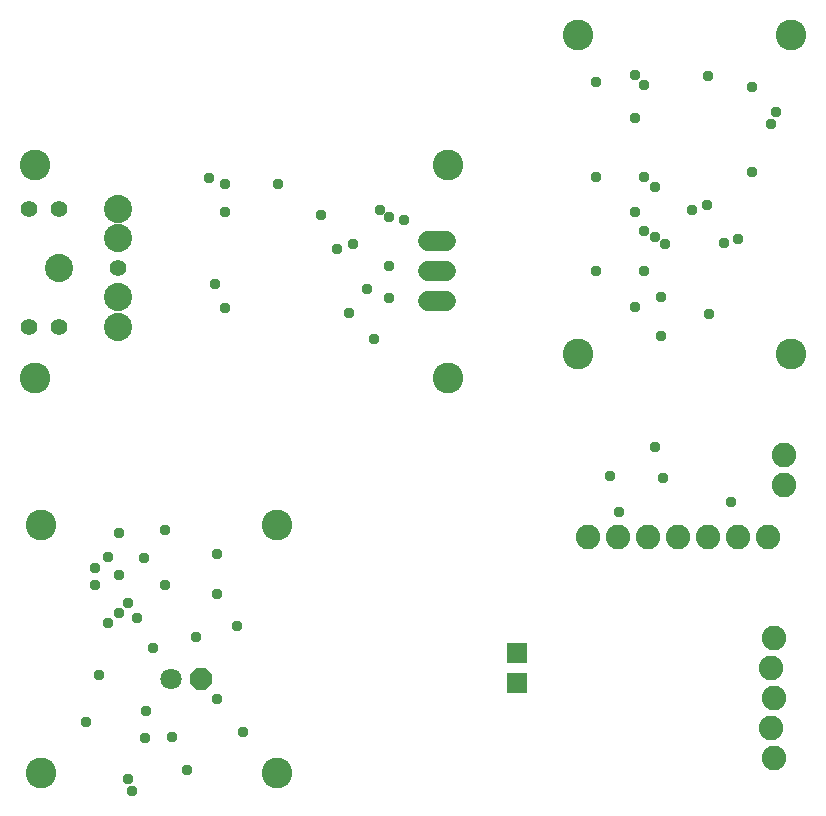
<source format=gbr>
G04 EAGLE Gerber RS-274X export*
G75*
%MOMM*%
%FSLAX34Y34*%
%LPD*%
%INSoldermask Bottom*%
%IPPOS*%
%AMOC8*
5,1,8,0,0,1.08239X$1,22.5*%
G01*
%ADD10C,2.603200*%
%ADD11P,1.951982X8X22.500000*%
%ADD12C,1.803400*%
%ADD13R,1.727200X1.727200*%
%ADD14C,2.082800*%
%ADD15C,1.727200*%
%ADD16C,2.387600*%
%ADD17C,1.403200*%
%ADD18C,0.959600*%


D10*
X25000Y235000D03*
X25000Y25000D03*
X225000Y25000D03*
X225000Y235000D03*
X370000Y540000D03*
X370000Y360000D03*
X20000Y360000D03*
X20000Y540000D03*
X660000Y380000D03*
X480000Y380000D03*
X480000Y650000D03*
X660000Y650000D03*
D11*
X160700Y105000D03*
D12*
X135300Y105000D03*
D13*
X428100Y101600D03*
X428100Y127000D03*
D14*
X645270Y139700D03*
X642730Y114300D03*
X645270Y88900D03*
X642730Y63500D03*
X645270Y38100D03*
X654200Y269200D03*
X654200Y294600D03*
X640800Y225300D03*
X615400Y225300D03*
X590000Y225300D03*
X564600Y225300D03*
X539200Y225300D03*
X513800Y225300D03*
X488400Y225300D03*
D15*
X367620Y424600D02*
X352380Y424600D01*
X352380Y450000D02*
X367620Y450000D01*
X367620Y475400D02*
X352380Y475400D01*
D16*
X40000Y453000D03*
X90000Y478000D03*
X90000Y503000D03*
X90000Y428000D03*
X90000Y403000D03*
D17*
X40000Y503000D03*
X15000Y503000D03*
X15000Y403000D03*
X40000Y403000D03*
X90000Y453000D03*
D18*
X74000Y108000D03*
X71000Y184000D03*
X130000Y231000D03*
X130000Y184000D03*
X82000Y208000D03*
X63000Y68000D03*
X82000Y152000D03*
X114000Y78000D03*
X120000Y131000D03*
X156000Y140000D03*
X191000Y150000D03*
X174000Y88000D03*
X196000Y60000D03*
X174000Y211000D03*
X112000Y207000D03*
X113000Y55000D03*
X174000Y177000D03*
X149000Y28000D03*
X71000Y199000D03*
X91000Y161000D03*
X91000Y228000D03*
X91000Y193000D03*
X99000Y20000D03*
X99000Y169000D03*
X102000Y10000D03*
X106000Y156000D03*
X136000Y56000D03*
X507000Y277000D03*
X514000Y246000D03*
X552000Y275000D03*
X545000Y301000D03*
X609000Y255000D03*
X320000Y427000D03*
X286000Y415000D03*
X289000Y473000D03*
X332000Y493000D03*
X312000Y502000D03*
X167000Y529000D03*
X172000Y439000D03*
X320000Y496000D03*
X320000Y454000D03*
X301000Y435000D03*
X307000Y393000D03*
X276000Y469000D03*
X262000Y498000D03*
X226000Y524000D03*
X181000Y419000D03*
X181000Y500000D03*
X181000Y524000D03*
X576000Y502000D03*
X536000Y484000D03*
X553000Y473000D03*
X590000Y615000D03*
X495000Y610000D03*
X495000Y530000D03*
X495000Y450000D03*
X550000Y395000D03*
X550000Y428000D03*
X536000Y450000D03*
X536000Y530000D03*
X536000Y608000D03*
X643000Y575000D03*
X545000Y479000D03*
X545000Y521000D03*
X528000Y420000D03*
X528000Y616000D03*
X528000Y580000D03*
X528000Y500000D03*
X591000Y414000D03*
X589000Y506000D03*
X603000Y474000D03*
X627000Y534000D03*
X627000Y606000D03*
X615000Y477000D03*
X647000Y585000D03*
M02*

</source>
